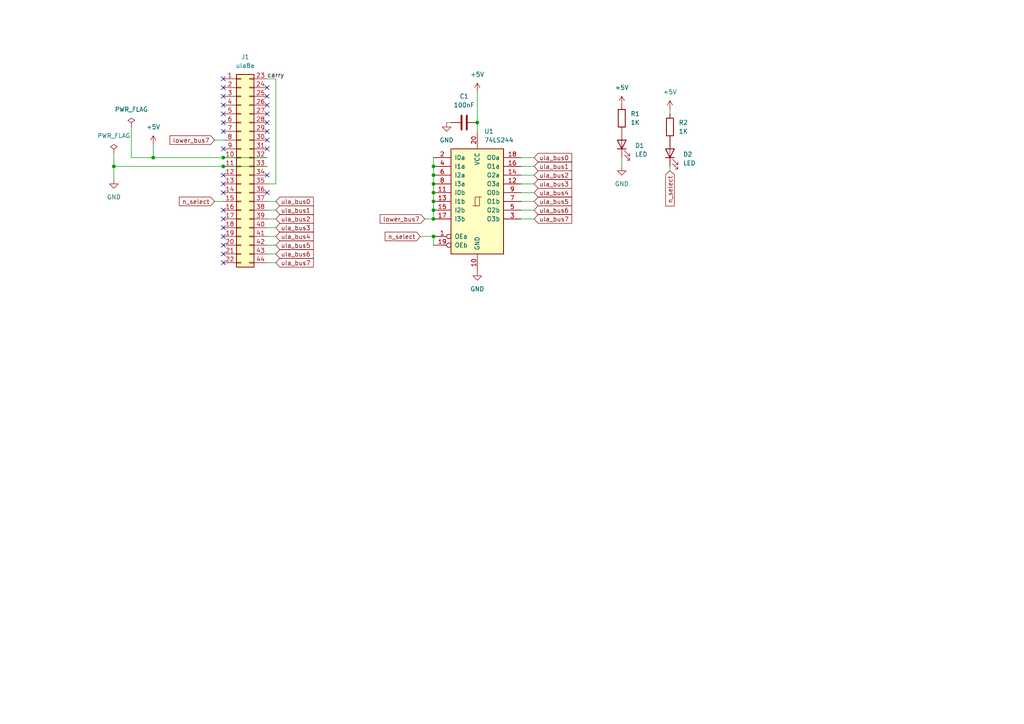
<source format=kicad_sch>
(kicad_sch (version 20211123) (generator eeschema)

  (uuid 62592ee1-cd99-4804-9971-d53b0122e057)

  (paper "A4")

  (lib_symbols
    (symbol "74xx:74LS244" (pin_names (offset 1.016)) (in_bom yes) (on_board yes)
      (property "Reference" "U" (id 0) (at -7.62 16.51 0)
        (effects (font (size 1.27 1.27)))
      )
      (property "Value" "74LS244" (id 1) (at -7.62 -16.51 0)
        (effects (font (size 1.27 1.27)))
      )
      (property "Footprint" "" (id 2) (at 0 0 0)
        (effects (font (size 1.27 1.27)) hide)
      )
      (property "Datasheet" "http://www.ti.com/lit/ds/symlink/sn74ls244.pdf" (id 3) (at 0 0 0)
        (effects (font (size 1.27 1.27)) hide)
      )
      (property "ki_keywords" "7400 logic ttl low power schottky" (id 4) (at 0 0 0)
        (effects (font (size 1.27 1.27)) hide)
      )
      (property "ki_description" "Octal Buffer and Line Driver With 3-State Output, active-low enables, non-inverting outputs" (id 5) (at 0 0 0)
        (effects (font (size 1.27 1.27)) hide)
      )
      (property "ki_fp_filters" "DIP?20*" (id 6) (at 0 0 0)
        (effects (font (size 1.27 1.27)) hide)
      )
      (symbol "74LS244_1_0"
        (polyline
          (pts
            (xy -0.635 -1.27)
            (xy -0.635 1.27)
            (xy 0.635 1.27)
          )
          (stroke (width 0) (type default) (color 0 0 0 0))
          (fill (type none))
        )
        (polyline
          (pts
            (xy -1.27 -1.27)
            (xy 0.635 -1.27)
            (xy 0.635 1.27)
            (xy 1.27 1.27)
          )
          (stroke (width 0) (type default) (color 0 0 0 0))
          (fill (type none))
        )
        (pin input inverted (at -12.7 -10.16 0) (length 5.08)
          (name "OEa" (effects (font (size 1.27 1.27))))
          (number "1" (effects (font (size 1.27 1.27))))
        )
        (pin power_in line (at 0 -20.32 90) (length 5.08)
          (name "GND" (effects (font (size 1.27 1.27))))
          (number "10" (effects (font (size 1.27 1.27))))
        )
        (pin input line (at -12.7 2.54 0) (length 5.08)
          (name "I0b" (effects (font (size 1.27 1.27))))
          (number "11" (effects (font (size 1.27 1.27))))
        )
        (pin tri_state line (at 12.7 5.08 180) (length 5.08)
          (name "O3a" (effects (font (size 1.27 1.27))))
          (number "12" (effects (font (size 1.27 1.27))))
        )
        (pin input line (at -12.7 0 0) (length 5.08)
          (name "I1b" (effects (font (size 1.27 1.27))))
          (number "13" (effects (font (size 1.27 1.27))))
        )
        (pin tri_state line (at 12.7 7.62 180) (length 5.08)
          (name "O2a" (effects (font (size 1.27 1.27))))
          (number "14" (effects (font (size 1.27 1.27))))
        )
        (pin input line (at -12.7 -2.54 0) (length 5.08)
          (name "I2b" (effects (font (size 1.27 1.27))))
          (number "15" (effects (font (size 1.27 1.27))))
        )
        (pin tri_state line (at 12.7 10.16 180) (length 5.08)
          (name "O1a" (effects (font (size 1.27 1.27))))
          (number "16" (effects (font (size 1.27 1.27))))
        )
        (pin input line (at -12.7 -5.08 0) (length 5.08)
          (name "I3b" (effects (font (size 1.27 1.27))))
          (number "17" (effects (font (size 1.27 1.27))))
        )
        (pin tri_state line (at 12.7 12.7 180) (length 5.08)
          (name "O0a" (effects (font (size 1.27 1.27))))
          (number "18" (effects (font (size 1.27 1.27))))
        )
        (pin input inverted (at -12.7 -12.7 0) (length 5.08)
          (name "OEb" (effects (font (size 1.27 1.27))))
          (number "19" (effects (font (size 1.27 1.27))))
        )
        (pin input line (at -12.7 12.7 0) (length 5.08)
          (name "I0a" (effects (font (size 1.27 1.27))))
          (number "2" (effects (font (size 1.27 1.27))))
        )
        (pin power_in line (at 0 20.32 270) (length 5.08)
          (name "VCC" (effects (font (size 1.27 1.27))))
          (number "20" (effects (font (size 1.27 1.27))))
        )
        (pin tri_state line (at 12.7 -5.08 180) (length 5.08)
          (name "O3b" (effects (font (size 1.27 1.27))))
          (number "3" (effects (font (size 1.27 1.27))))
        )
        (pin input line (at -12.7 10.16 0) (length 5.08)
          (name "I1a" (effects (font (size 1.27 1.27))))
          (number "4" (effects (font (size 1.27 1.27))))
        )
        (pin tri_state line (at 12.7 -2.54 180) (length 5.08)
          (name "O2b" (effects (font (size 1.27 1.27))))
          (number "5" (effects (font (size 1.27 1.27))))
        )
        (pin input line (at -12.7 7.62 0) (length 5.08)
          (name "I2a" (effects (font (size 1.27 1.27))))
          (number "6" (effects (font (size 1.27 1.27))))
        )
        (pin tri_state line (at 12.7 0 180) (length 5.08)
          (name "O1b" (effects (font (size 1.27 1.27))))
          (number "7" (effects (font (size 1.27 1.27))))
        )
        (pin input line (at -12.7 5.08 0) (length 5.08)
          (name "I3a" (effects (font (size 1.27 1.27))))
          (number "8" (effects (font (size 1.27 1.27))))
        )
        (pin tri_state line (at 12.7 2.54 180) (length 5.08)
          (name "O0b" (effects (font (size 1.27 1.27))))
          (number "9" (effects (font (size 1.27 1.27))))
        )
      )
      (symbol "74LS244_1_1"
        (rectangle (start -7.62 15.24) (end 7.62 -15.24)
          (stroke (width 0.254) (type default) (color 0 0 0 0))
          (fill (type background))
        )
      )
    )
    (symbol "Connector_Generic:Conn_02x22_Top_Bottom" (pin_names (offset 1.016) hide) (in_bom yes) (on_board yes)
      (property "Reference" "J" (id 0) (at 1.27 27.94 0)
        (effects (font (size 1.27 1.27)))
      )
      (property "Value" "Conn_02x22_Top_Bottom" (id 1) (at 1.27 -30.48 0)
        (effects (font (size 1.27 1.27)))
      )
      (property "Footprint" "" (id 2) (at 0 0 0)
        (effects (font (size 1.27 1.27)) hide)
      )
      (property "Datasheet" "~" (id 3) (at 0 0 0)
        (effects (font (size 1.27 1.27)) hide)
      )
      (property "ki_keywords" "connector" (id 4) (at 0 0 0)
        (effects (font (size 1.27 1.27)) hide)
      )
      (property "ki_description" "Generic connector, double row, 02x22, top/bottom pin numbering scheme (row 1: 1...pins_per_row, row2: pins_per_row+1 ... num_pins), script generated (kicad-library-utils/schlib/autogen/connector/)" (id 5) (at 0 0 0)
        (effects (font (size 1.27 1.27)) hide)
      )
      (property "ki_fp_filters" "Connector*:*_2x??_*" (id 6) (at 0 0 0)
        (effects (font (size 1.27 1.27)) hide)
      )
      (symbol "Conn_02x22_Top_Bottom_1_1"
        (rectangle (start -1.27 -27.813) (end 0 -28.067)
          (stroke (width 0.1524) (type default) (color 0 0 0 0))
          (fill (type none))
        )
        (rectangle (start -1.27 -25.273) (end 0 -25.527)
          (stroke (width 0.1524) (type default) (color 0 0 0 0))
          (fill (type none))
        )
        (rectangle (start -1.27 -22.733) (end 0 -22.987)
          (stroke (width 0.1524) (type default) (color 0 0 0 0))
          (fill (type none))
        )
        (rectangle (start -1.27 -20.193) (end 0 -20.447)
          (stroke (width 0.1524) (type default) (color 0 0 0 0))
          (fill (type none))
        )
        (rectangle (start -1.27 -17.653) (end 0 -17.907)
          (stroke (width 0.1524) (type default) (color 0 0 0 0))
          (fill (type none))
        )
        (rectangle (start -1.27 -15.113) (end 0 -15.367)
          (stroke (width 0.1524) (type default) (color 0 0 0 0))
          (fill (type none))
        )
        (rectangle (start -1.27 -12.573) (end 0 -12.827)
          (stroke (width 0.1524) (type default) (color 0 0 0 0))
          (fill (type none))
        )
        (rectangle (start -1.27 -10.033) (end 0 -10.287)
          (stroke (width 0.1524) (type default) (color 0 0 0 0))
          (fill (type none))
        )
        (rectangle (start -1.27 -7.493) (end 0 -7.747)
          (stroke (width 0.1524) (type default) (color 0 0 0 0))
          (fill (type none))
        )
        (rectangle (start -1.27 -4.953) (end 0 -5.207)
          (stroke (width 0.1524) (type default) (color 0 0 0 0))
          (fill (type none))
        )
        (rectangle (start -1.27 -2.413) (end 0 -2.667)
          (stroke (width 0.1524) (type default) (color 0 0 0 0))
          (fill (type none))
        )
        (rectangle (start -1.27 0.127) (end 0 -0.127)
          (stroke (width 0.1524) (type default) (color 0 0 0 0))
          (fill (type none))
        )
        (rectangle (start -1.27 2.667) (end 0 2.413)
          (stroke (width 0.1524) (type default) (color 0 0 0 0))
          (fill (type none))
        )
        (rectangle (start -1.27 5.207) (end 0 4.953)
          (stroke (width 0.1524) (type default) (color 0 0 0 0))
          (fill (type none))
        )
        (rectangle (start -1.27 7.747) (end 0 7.493)
          (stroke (width 0.1524) (type default) (color 0 0 0 0))
          (fill (type none))
        )
        (rectangle (start -1.27 10.287) (end 0 10.033)
          (stroke (width 0.1524) (type default) (color 0 0 0 0))
          (fill (type none))
        )
        (rectangle (start -1.27 12.827) (end 0 12.573)
          (stroke (width 0.1524) (type default) (color 0 0 0 0))
          (fill (type none))
        )
        (rectangle (start -1.27 15.367) (end 0 15.113)
          (stroke (width 0.1524) (type default) (color 0 0 0 0))
          (fill (type none))
        )
        (rectangle (start -1.27 17.907) (end 0 17.653)
          (stroke (width 0.1524) (type default) (color 0 0 0 0))
          (fill (type none))
        )
        (rectangle (start -1.27 20.447) (end 0 20.193)
          (stroke (width 0.1524) (type default) (color 0 0 0 0))
          (fill (type none))
        )
        (rectangle (start -1.27 22.987) (end 0 22.733)
          (stroke (width 0.1524) (type default) (color 0 0 0 0))
          (fill (type none))
        )
        (rectangle (start -1.27 25.527) (end 0 25.273)
          (stroke (width 0.1524) (type default) (color 0 0 0 0))
          (fill (type none))
        )
        (rectangle (start -1.27 26.67) (end 3.81 -29.21)
          (stroke (width 0.254) (type default) (color 0 0 0 0))
          (fill (type background))
        )
        (rectangle (start 3.81 -27.813) (end 2.54 -28.067)
          (stroke (width 0.1524) (type default) (color 0 0 0 0))
          (fill (type none))
        )
        (rectangle (start 3.81 -25.273) (end 2.54 -25.527)
          (stroke (width 0.1524) (type default) (color 0 0 0 0))
          (fill (type none))
        )
        (rectangle (start 3.81 -22.733) (end 2.54 -22.987)
          (stroke (width 0.1524) (type default) (color 0 0 0 0))
          (fill (type none))
        )
        (rectangle (start 3.81 -20.193) (end 2.54 -20.447)
          (stroke (width 0.1524) (type default) (color 0 0 0 0))
          (fill (type none))
        )
        (rectangle (start 3.81 -17.653) (end 2.54 -17.907)
          (stroke (width 0.1524) (type default) (color 0 0 0 0))
          (fill (type none))
        )
        (rectangle (start 3.81 -15.113) (end 2.54 -15.367)
          (stroke (width 0.1524) (type default) (color 0 0 0 0))
          (fill (type none))
        )
        (rectangle (start 3.81 -12.573) (end 2.54 -12.827)
          (stroke (width 0.1524) (type default) (color 0 0 0 0))
          (fill (type none))
        )
        (rectangle (start 3.81 -10.033) (end 2.54 -10.287)
          (stroke (width 0.1524) (type default) (color 0 0 0 0))
          (fill (type none))
        )
        (rectangle (start 3.81 -7.493) (end 2.54 -7.747)
          (stroke (width 0.1524) (type default) (color 0 0 0 0))
          (fill (type none))
        )
        (rectangle (start 3.81 -4.953) (end 2.54 -5.207)
          (stroke (width 0.1524) (type default) (color 0 0 0 0))
          (fill (type none))
        )
        (rectangle (start 3.81 -2.413) (end 2.54 -2.667)
          (stroke (width 0.1524) (type default) (color 0 0 0 0))
          (fill (type none))
        )
        (rectangle (start 3.81 0.127) (end 2.54 -0.127)
          (stroke (width 0.1524) (type default) (color 0 0 0 0))
          (fill (type none))
        )
        (rectangle (start 3.81 2.667) (end 2.54 2.413)
          (stroke (width 0.1524) (type default) (color 0 0 0 0))
          (fill (type none))
        )
        (rectangle (start 3.81 5.207) (end 2.54 4.953)
          (stroke (width 0.1524) (type default) (color 0 0 0 0))
          (fill (type none))
        )
        (rectangle (start 3.81 7.747) (end 2.54 7.493)
          (stroke (width 0.1524) (type default) (color 0 0 0 0))
          (fill (type none))
        )
        (rectangle (start 3.81 10.287) (end 2.54 10.033)
          (stroke (width 0.1524) (type default) (color 0 0 0 0))
          (fill (type none))
        )
        (rectangle (start 3.81 12.827) (end 2.54 12.573)
          (stroke (width 0.1524) (type default) (color 0 0 0 0))
          (fill (type none))
        )
        (rectangle (start 3.81 15.367) (end 2.54 15.113)
          (stroke (width 0.1524) (type default) (color 0 0 0 0))
          (fill (type none))
        )
        (rectangle (start 3.81 17.907) (end 2.54 17.653)
          (stroke (width 0.1524) (type default) (color 0 0 0 0))
          (fill (type none))
        )
        (rectangle (start 3.81 20.447) (end 2.54 20.193)
          (stroke (width 0.1524) (type default) (color 0 0 0 0))
          (fill (type none))
        )
        (rectangle (start 3.81 22.987) (end 2.54 22.733)
          (stroke (width 0.1524) (type default) (color 0 0 0 0))
          (fill (type none))
        )
        (rectangle (start 3.81 25.527) (end 2.54 25.273)
          (stroke (width 0.1524) (type default) (color 0 0 0 0))
          (fill (type none))
        )
        (pin passive line (at -5.08 25.4 0) (length 3.81)
          (name "Pin_1" (effects (font (size 1.27 1.27))))
          (number "1" (effects (font (size 1.27 1.27))))
        )
        (pin passive line (at -5.08 2.54 0) (length 3.81)
          (name "Pin_10" (effects (font (size 1.27 1.27))))
          (number "10" (effects (font (size 1.27 1.27))))
        )
        (pin passive line (at -5.08 0 0) (length 3.81)
          (name "Pin_11" (effects (font (size 1.27 1.27))))
          (number "11" (effects (font (size 1.27 1.27))))
        )
        (pin passive line (at -5.08 -2.54 0) (length 3.81)
          (name "Pin_12" (effects (font (size 1.27 1.27))))
          (number "12" (effects (font (size 1.27 1.27))))
        )
        (pin passive line (at -5.08 -5.08 0) (length 3.81)
          (name "Pin_13" (effects (font (size 1.27 1.27))))
          (number "13" (effects (font (size 1.27 1.27))))
        )
        (pin passive line (at -5.08 -7.62 0) (length 3.81)
          (name "Pin_14" (effects (font (size 1.27 1.27))))
          (number "14" (effects (font (size 1.27 1.27))))
        )
        (pin passive line (at -5.08 -10.16 0) (length 3.81)
          (name "Pin_15" (effects (font (size 1.27 1.27))))
          (number "15" (effects (font (size 1.27 1.27))))
        )
        (pin passive line (at -5.08 -12.7 0) (length 3.81)
          (name "Pin_16" (effects (font (size 1.27 1.27))))
          (number "16" (effects (font (size 1.27 1.27))))
        )
        (pin passive line (at -5.08 -15.24 0) (length 3.81)
          (name "Pin_17" (effects (font (size 1.27 1.27))))
          (number "17" (effects (font (size 1.27 1.27))))
        )
        (pin passive line (at -5.08 -17.78 0) (length 3.81)
          (name "Pin_18" (effects (font (size 1.27 1.27))))
          (number "18" (effects (font (size 1.27 1.27))))
        )
        (pin passive line (at -5.08 -20.32 0) (length 3.81)
          (name "Pin_19" (effects (font (size 1.27 1.27))))
          (number "19" (effects (font (size 1.27 1.27))))
        )
        (pin passive line (at -5.08 22.86 0) (length 3.81)
          (name "Pin_2" (effects (font (size 1.27 1.27))))
          (number "2" (effects (font (size 1.27 1.27))))
        )
        (pin passive line (at -5.08 -22.86 0) (length 3.81)
          (name "Pin_20" (effects (font (size 1.27 1.27))))
          (number "20" (effects (font (size 1.27 1.27))))
        )
        (pin passive line (at -5.08 -25.4 0) (length 3.81)
          (name "Pin_21" (effects (font (size 1.27 1.27))))
          (number "21" (effects (font (size 1.27 1.27))))
        )
        (pin passive line (at -5.08 -27.94 0) (length 3.81)
          (name "Pin_22" (effects (font (size 1.27 1.27))))
          (number "22" (effects (font (size 1.27 1.27))))
        )
        (pin passive line (at 7.62 25.4 180) (length 3.81)
          (name "Pin_23" (effects (font (size 1.27 1.27))))
          (number "23" (effects (font (size 1.27 1.27))))
        )
        (pin passive line (at 7.62 22.86 180) (length 3.81)
          (name "Pin_24" (effects (font (size 1.27 1.27))))
          (number "24" (effects (font (size 1.27 1.27))))
        )
        (pin passive line (at 7.62 20.32 180) (length 3.81)
          (name "Pin_25" (effects (font (size 1.27 1.27))))
          (number "25" (effects (font (size 1.27 1.27))))
        )
        (pin passive line (at 7.62 17.78 180) (length 3.81)
          (name "Pin_26" (effects (font (size 1.27 1.27))))
          (number "26" (effects (font (size 1.27 1.27))))
        )
        (pin passive line (at 7.62 15.24 180) (length 3.81)
          (name "Pin_27" (effects (font (size 1.27 1.27))))
          (number "27" (effects (font (size 1.27 1.27))))
        )
        (pin passive line (at 7.62 12.7 180) (length 3.81)
          (name "Pin_28" (effects (font (size 1.27 1.27))))
          (number "28" (effects (font (size 1.27 1.27))))
        )
        (pin passive line (at 7.62 10.16 180) (length 3.81)
          (name "Pin_29" (effects (font (size 1.27 1.27))))
          (number "29" (effects (font (size 1.27 1.27))))
        )
        (pin passive line (at -5.08 20.32 0) (length 3.81)
          (name "Pin_3" (effects (font (size 1.27 1.27))))
          (number "3" (effects (font (size 1.27 1.27))))
        )
        (pin passive line (at 7.62 7.62 180) (length 3.81)
          (name "Pin_30" (effects (font (size 1.27 1.27))))
          (number "30" (effects (font (size 1.27 1.27))))
        )
        (pin passive line (at 7.62 5.08 180) (length 3.81)
          (name "Pin_31" (effects (font (size 1.27 1.27))))
          (number "31" (effects (font (size 1.27 1.27))))
        )
        (pin passive line (at 7.62 2.54 180) (length 3.81)
          (name "Pin_32" (effects (font (size 1.27 1.27))))
          (number "32" (effects (font (size 1.27 1.27))))
        )
        (pin passive line (at 7.62 0 180) (length 3.81)
          (name "Pin_33" (effects (font (size 1.27 1.27))))
          (number "33" (effects (font (size 1.27 1.27))))
        )
        (pin passive line (at 7.62 -2.54 180) (length 3.81)
          (name "Pin_34" (effects (font (size 1.27 1.27))))
          (number "34" (effects (font (size 1.27 1.27))))
        )
        (pin passive line (at 7.62 -5.08 180) (length 3.81)
          (name "Pin_35" (effects (font (size 1.27 1.27))))
          (number "35" (effects (font (size 1.27 1.27))))
        )
        (pin passive line (at 7.62 -7.62 180) (length 3.81)
          (name "Pin_36" (effects (font (size 1.27 1.27))))
          (number "36" (effects (font (size 1.27 1.27))))
        )
        (pin passive line (at 7.62 -10.16 180) (length 3.81)
          (name "Pin_37" (effects (font (size 1.27 1.27))))
          (number "37" (effects (font (size 1.27 1.27))))
        )
        (pin passive line (at 7.62 -12.7 180) (length 3.81)
          (name "Pin_38" (effects (font (size 1.27 1.27))))
          (number "38" (effects (font (size 1.27 1.27))))
        )
        (pin passive line (at 7.62 -15.24 180) (length 3.81)
          (name "Pin_39" (effects (font (size 1.27 1.27))))
          (number "39" (effects (font (size 1.27 1.27))))
        )
        (pin passive line (at -5.08 17.78 0) (length 3.81)
          (name "Pin_4" (effects (font (size 1.27 1.27))))
          (number "4" (effects (font (size 1.27 1.27))))
        )
        (pin passive line (at 7.62 -17.78 180) (length 3.81)
          (name "Pin_40" (effects (font (size 1.27 1.27))))
          (number "40" (effects (font (size 1.27 1.27))))
        )
        (pin passive line (at 7.62 -20.32 180) (length 3.81)
          (name "Pin_41" (effects (font (size 1.27 1.27))))
          (number "41" (effects (font (size 1.27 1.27))))
        )
        (pin passive line (at 7.62 -22.86 180) (length 3.81)
          (name "Pin_42" (effects (font (size 1.27 1.27))))
          (number "42" (effects (font (size 1.27 1.27))))
        )
        (pin passive line (at 7.62 -25.4 180) (length 3.81)
          (name "Pin_43" (effects (font (size 1.27 1.27))))
          (number "43" (effects (font (size 1.27 1.27))))
        )
        (pin passive line (at 7.62 -27.94 180) (length 3.81)
          (name "Pin_44" (effects (font (size 1.27 1.27))))
          (number "44" (effects (font (size 1.27 1.27))))
        )
        (pin passive line (at -5.08 15.24 0) (length 3.81)
          (name "Pin_5" (effects (font (size 1.27 1.27))))
          (number "5" (effects (font (size 1.27 1.27))))
        )
        (pin passive line (at -5.08 12.7 0) (length 3.81)
          (name "Pin_6" (effects (font (size 1.27 1.27))))
          (number "6" (effects (font (size 1.27 1.27))))
        )
        (pin passive line (at -5.08 10.16 0) (length 3.81)
          (name "Pin_7" (effects (font (size 1.27 1.27))))
          (number "7" (effects (font (size 1.27 1.27))))
        )
        (pin passive line (at -5.08 7.62 0) (length 3.81)
          (name "Pin_8" (effects (font (size 1.27 1.27))))
          (number "8" (effects (font (size 1.27 1.27))))
        )
        (pin passive line (at -5.08 5.08 0) (length 3.81)
          (name "Pin_9" (effects (font (size 1.27 1.27))))
          (number "9" (effects (font (size 1.27 1.27))))
        )
      )
    )
    (symbol "Device:C" (pin_numbers hide) (pin_names (offset 0.254)) (in_bom yes) (on_board yes)
      (property "Reference" "C" (id 0) (at 0.635 2.54 0)
        (effects (font (size 1.27 1.27)) (justify left))
      )
      (property "Value" "C" (id 1) (at 0.635 -2.54 0)
        (effects (font (size 1.27 1.27)) (justify left))
      )
      (property "Footprint" "" (id 2) (at 0.9652 -3.81 0)
        (effects (font (size 1.27 1.27)) hide)
      )
      (property "Datasheet" "~" (id 3) (at 0 0 0)
        (effects (font (size 1.27 1.27)) hide)
      )
      (property "ki_keywords" "cap capacitor" (id 4) (at 0 0 0)
        (effects (font (size 1.27 1.27)) hide)
      )
      (property "ki_description" "Unpolarized capacitor" (id 5) (at 0 0 0)
        (effects (font (size 1.27 1.27)) hide)
      )
      (property "ki_fp_filters" "C_*" (id 6) (at 0 0 0)
        (effects (font (size 1.27 1.27)) hide)
      )
      (symbol "C_0_1"
        (polyline
          (pts
            (xy -2.032 -0.762)
            (xy 2.032 -0.762)
          )
          (stroke (width 0.508) (type default) (color 0 0 0 0))
          (fill (type none))
        )
        (polyline
          (pts
            (xy -2.032 0.762)
            (xy 2.032 0.762)
          )
          (stroke (width 0.508) (type default) (color 0 0 0 0))
          (fill (type none))
        )
      )
      (symbol "C_1_1"
        (pin passive line (at 0 3.81 270) (length 2.794)
          (name "~" (effects (font (size 1.27 1.27))))
          (number "1" (effects (font (size 1.27 1.27))))
        )
        (pin passive line (at 0 -3.81 90) (length 2.794)
          (name "~" (effects (font (size 1.27 1.27))))
          (number "2" (effects (font (size 1.27 1.27))))
        )
      )
    )
    (symbol "Device:LED" (pin_numbers hide) (pin_names (offset 1.016) hide) (in_bom yes) (on_board yes)
      (property "Reference" "D" (id 0) (at 0 2.54 0)
        (effects (font (size 1.27 1.27)))
      )
      (property "Value" "LED" (id 1) (at 0 -2.54 0)
        (effects (font (size 1.27 1.27)))
      )
      (property "Footprint" "" (id 2) (at 0 0 0)
        (effects (font (size 1.27 1.27)) hide)
      )
      (property "Datasheet" "~" (id 3) (at 0 0 0)
        (effects (font (size 1.27 1.27)) hide)
      )
      (property "ki_keywords" "LED diode" (id 4) (at 0 0 0)
        (effects (font (size 1.27 1.27)) hide)
      )
      (property "ki_description" "Light emitting diode" (id 5) (at 0 0 0)
        (effects (font (size 1.27 1.27)) hide)
      )
      (property "ki_fp_filters" "LED* LED_SMD:* LED_THT:*" (id 6) (at 0 0 0)
        (effects (font (size 1.27 1.27)) hide)
      )
      (symbol "LED_0_1"
        (polyline
          (pts
            (xy -1.27 -1.27)
            (xy -1.27 1.27)
          )
          (stroke (width 0.254) (type default) (color 0 0 0 0))
          (fill (type none))
        )
        (polyline
          (pts
            (xy -1.27 0)
            (xy 1.27 0)
          )
          (stroke (width 0) (type default) (color 0 0 0 0))
          (fill (type none))
        )
        (polyline
          (pts
            (xy 1.27 -1.27)
            (xy 1.27 1.27)
            (xy -1.27 0)
            (xy 1.27 -1.27)
          )
          (stroke (width 0.254) (type default) (color 0 0 0 0))
          (fill (type none))
        )
        (polyline
          (pts
            (xy -3.048 -0.762)
            (xy -4.572 -2.286)
            (xy -3.81 -2.286)
            (xy -4.572 -2.286)
            (xy -4.572 -1.524)
          )
          (stroke (width 0) (type default) (color 0 0 0 0))
          (fill (type none))
        )
        (polyline
          (pts
            (xy -1.778 -0.762)
            (xy -3.302 -2.286)
            (xy -2.54 -2.286)
            (xy -3.302 -2.286)
            (xy -3.302 -1.524)
          )
          (stroke (width 0) (type default) (color 0 0 0 0))
          (fill (type none))
        )
      )
      (symbol "LED_1_1"
        (pin passive line (at -3.81 0 0) (length 2.54)
          (name "K" (effects (font (size 1.27 1.27))))
          (number "1" (effects (font (size 1.27 1.27))))
        )
        (pin passive line (at 3.81 0 180) (length 2.54)
          (name "A" (effects (font (size 1.27 1.27))))
          (number "2" (effects (font (size 1.27 1.27))))
        )
      )
    )
    (symbol "Device:R" (pin_numbers hide) (pin_names (offset 0)) (in_bom yes) (on_board yes)
      (property "Reference" "R" (id 0) (at 2.032 0 90)
        (effects (font (size 1.27 1.27)))
      )
      (property "Value" "R" (id 1) (at 0 0 90)
        (effects (font (size 1.27 1.27)))
      )
      (property "Footprint" "" (id 2) (at -1.778 0 90)
        (effects (font (size 1.27 1.27)) hide)
      )
      (property "Datasheet" "~" (id 3) (at 0 0 0)
        (effects (font (size 1.27 1.27)) hide)
      )
      (property "ki_keywords" "R res resistor" (id 4) (at 0 0 0)
        (effects (font (size 1.27 1.27)) hide)
      )
      (property "ki_description" "Resistor" (id 5) (at 0 0 0)
        (effects (font (size 1.27 1.27)) hide)
      )
      (property "ki_fp_filters" "R_*" (id 6) (at 0 0 0)
        (effects (font (size 1.27 1.27)) hide)
      )
      (symbol "R_0_1"
        (rectangle (start -1.016 -2.54) (end 1.016 2.54)
          (stroke (width 0.254) (type default) (color 0 0 0 0))
          (fill (type none))
        )
      )
      (symbol "R_1_1"
        (pin passive line (at 0 3.81 270) (length 1.27)
          (name "~" (effects (font (size 1.27 1.27))))
          (number "1" (effects (font (size 1.27 1.27))))
        )
        (pin passive line (at 0 -3.81 90) (length 1.27)
          (name "~" (effects (font (size 1.27 1.27))))
          (number "2" (effects (font (size 1.27 1.27))))
        )
      )
    )
    (symbol "power:+5V" (power) (pin_names (offset 0)) (in_bom yes) (on_board yes)
      (property "Reference" "#PWR" (id 0) (at 0 -3.81 0)
        (effects (font (size 1.27 1.27)) hide)
      )
      (property "Value" "+5V" (id 1) (at 0 3.556 0)
        (effects (font (size 1.27 1.27)))
      )
      (property "Footprint" "" (id 2) (at 0 0 0)
        (effects (font (size 1.27 1.27)) hide)
      )
      (property "Datasheet" "" (id 3) (at 0 0 0)
        (effects (font (size 1.27 1.27)) hide)
      )
      (property "ki_keywords" "power-flag" (id 4) (at 0 0 0)
        (effects (font (size 1.27 1.27)) hide)
      )
      (property "ki_description" "Power symbol creates a global label with name \"+5V\"" (id 5) (at 0 0 0)
        (effects (font (size 1.27 1.27)) hide)
      )
      (symbol "+5V_0_1"
        (polyline
          (pts
            (xy -0.762 1.27)
            (xy 0 2.54)
          )
          (stroke (width 0) (type default) (color 0 0 0 0))
          (fill (type none))
        )
        (polyline
          (pts
            (xy 0 0)
            (xy 0 2.54)
          )
          (stroke (width 0) (type default) (color 0 0 0 0))
          (fill (type none))
        )
        (polyline
          (pts
            (xy 0 2.54)
            (xy 0.762 1.27)
          )
          (stroke (width 0) (type default) (color 0 0 0 0))
          (fill (type none))
        )
      )
      (symbol "+5V_1_1"
        (pin power_in line (at 0 0 90) (length 0) hide
          (name "+5V" (effects (font (size 1.27 1.27))))
          (number "1" (effects (font (size 1.27 1.27))))
        )
      )
    )
    (symbol "power:GND" (power) (pin_names (offset 0)) (in_bom yes) (on_board yes)
      (property "Reference" "#PWR" (id 0) (at 0 -6.35 0)
        (effects (font (size 1.27 1.27)) hide)
      )
      (property "Value" "GND" (id 1) (at 0 -3.81 0)
        (effects (font (size 1.27 1.27)))
      )
      (property "Footprint" "" (id 2) (at 0 0 0)
        (effects (font (size 1.27 1.27)) hide)
      )
      (property "Datasheet" "" (id 3) (at 0 0 0)
        (effects (font (size 1.27 1.27)) hide)
      )
      (property "ki_keywords" "power-flag" (id 4) (at 0 0 0)
        (effects (font (size 1.27 1.27)) hide)
      )
      (property "ki_description" "Power symbol creates a global label with name \"GND\" , ground" (id 5) (at 0 0 0)
        (effects (font (size 1.27 1.27)) hide)
      )
      (symbol "GND_0_1"
        (polyline
          (pts
            (xy 0 0)
            (xy 0 -1.27)
            (xy 1.27 -1.27)
            (xy 0 -2.54)
            (xy -1.27 -1.27)
            (xy 0 -1.27)
          )
          (stroke (width 0) (type default) (color 0 0 0 0))
          (fill (type none))
        )
      )
      (symbol "GND_1_1"
        (pin power_in line (at 0 0 270) (length 0) hide
          (name "GND" (effects (font (size 1.27 1.27))))
          (number "1" (effects (font (size 1.27 1.27))))
        )
      )
    )
    (symbol "power:PWR_FLAG" (power) (pin_numbers hide) (pin_names (offset 0) hide) (in_bom yes) (on_board yes)
      (property "Reference" "#FLG" (id 0) (at 0 1.905 0)
        (effects (font (size 1.27 1.27)) hide)
      )
      (property "Value" "PWR_FLAG" (id 1) (at 0 3.81 0)
        (effects (font (size 1.27 1.27)))
      )
      (property "Footprint" "" (id 2) (at 0 0 0)
        (effects (font (size 1.27 1.27)) hide)
      )
      (property "Datasheet" "~" (id 3) (at 0 0 0)
        (effects (font (size 1.27 1.27)) hide)
      )
      (property "ki_keywords" "power-flag" (id 4) (at 0 0 0)
        (effects (font (size 1.27 1.27)) hide)
      )
      (property "ki_description" "Special symbol for telling ERC where power comes from" (id 5) (at 0 0 0)
        (effects (font (size 1.27 1.27)) hide)
      )
      (symbol "PWR_FLAG_0_0"
        (pin power_out line (at 0 0 90) (length 0)
          (name "pwr" (effects (font (size 1.27 1.27))))
          (number "1" (effects (font (size 1.27 1.27))))
        )
      )
      (symbol "PWR_FLAG_0_1"
        (polyline
          (pts
            (xy 0 0)
            (xy 0 1.27)
            (xy -1.016 1.905)
            (xy 0 2.54)
            (xy 1.016 1.905)
            (xy 0 1.27)
          )
          (stroke (width 0) (type default) (color 0 0 0 0))
          (fill (type none))
        )
      )
    )
  )

  (junction (at 125.73 53.34) (diameter 0) (color 0 0 0 0)
    (uuid 0457a57d-689a-4dcf-9a10-ea1203968dca)
  )
  (junction (at 44.45 45.72) (diameter 0) (color 0 0 0 0)
    (uuid 1f2f05b1-5d46-42ae-ac22-83d961af4f7a)
  )
  (junction (at 125.73 58.42) (diameter 0) (color 0 0 0 0)
    (uuid 3237833d-ad02-4837-854a-7a8c3b8a5dd7)
  )
  (junction (at 138.43 35.56) (diameter 0) (color 0 0 0 0)
    (uuid 333147e5-36eb-48d4-9cfa-5fa6e12ae76f)
  )
  (junction (at 125.73 48.26) (diameter 0) (color 0 0 0 0)
    (uuid 37428b61-a70c-4dfa-8239-4f8a83b4d788)
  )
  (junction (at 125.73 60.96) (diameter 0) (color 0 0 0 0)
    (uuid 5f1e5019-cea4-4ff8-8f42-ce68f9ccd940)
  )
  (junction (at 125.73 50.8) (diameter 0) (color 0 0 0 0)
    (uuid 79fc7483-dbc9-46fa-a93c-31710e56726b)
  )
  (junction (at 125.73 68.58) (diameter 0) (color 0 0 0 0)
    (uuid 8287bde4-a5c5-44d9-b218-8288fc52cbb9)
  )
  (junction (at 33.02 48.26) (diameter 0) (color 0 0 0 0)
    (uuid ace6a179-6e4b-4cd5-952e-d34356011cf2)
  )
  (junction (at 64.77 48.26) (diameter 0) (color 0 0 0 0)
    (uuid c0a37b08-22ed-4df3-bc70-786a4e298120)
  )
  (junction (at 125.73 63.5) (diameter 0) (color 0 0 0 0)
    (uuid c8ae170b-b3b9-4a65-8459-1de43a760f71)
  )
  (junction (at 64.77 45.72) (diameter 0) (color 0 0 0 0)
    (uuid de9342a1-ed7f-4a41-ab7d-21ddd0c50cb7)
  )
  (junction (at 125.73 55.88) (diameter 0) (color 0 0 0 0)
    (uuid e99c13fe-b6db-4629-9b4c-1666ddafffb7)
  )

  (no_connect (at 77.47 27.94) (uuid 00f48f8a-2d8d-41d5-8843-d46ac3042f98))
  (no_connect (at 64.77 43.18) (uuid 07b568a0-edee-4fc1-9e23-8f5254713d4a))
  (no_connect (at 77.47 38.1) (uuid 252c0cb9-2152-4938-a262-f8bc551c9186))
  (no_connect (at 64.77 33.02) (uuid 3e5e12a1-1f80-4f21-addf-93cf07507a1c))
  (no_connect (at 64.77 22.86) (uuid 3e5e12a1-1f80-4f21-addf-93cf07507a1c))
  (no_connect (at 64.77 25.4) (uuid 3e5e12a1-1f80-4f21-addf-93cf07507a1c))
  (no_connect (at 64.77 27.94) (uuid 3e5e12a1-1f80-4f21-addf-93cf07507a1c))
  (no_connect (at 64.77 30.48) (uuid 3e5e12a1-1f80-4f21-addf-93cf07507a1c))
  (no_connect (at 64.77 35.56) (uuid 3e5e12a1-1f80-4f21-addf-93cf07507a1c))
  (no_connect (at 64.77 38.1) (uuid 3e5e12a1-1f80-4f21-addf-93cf07507a1c))
  (no_connect (at 64.77 71.12) (uuid 4535294d-efd2-4b31-bf02-213da84af266))
  (no_connect (at 64.77 60.96) (uuid 4dd9a82d-c241-4ad2-9d88-b3436e9e10f8))
  (no_connect (at 64.77 63.5) (uuid 4dd9a82d-c241-4ad2-9d88-b3436e9e10f8))
  (no_connect (at 64.77 68.58) (uuid 7b856b33-da6d-4efb-9d4d-efd6cf0f593d))
  (no_connect (at 77.47 30.48) (uuid 97724757-343d-43e7-a9d1-0a67953e5b56))
  (no_connect (at 77.47 35.56) (uuid 9fdf8e54-e869-4a3e-a2d8-242080abfba2))
  (no_connect (at 64.77 66.04) (uuid a7a9963f-5f70-4218-ba36-9fbbf8b39899))
  (no_connect (at 77.47 43.18) (uuid aa53ae1c-fa5c-4bec-99ec-b8a0d77349ae))
  (no_connect (at 77.47 25.4) (uuid b8676133-3018-42f6-ad8d-f796a317a705))
  (no_connect (at 64.77 73.66) (uuid bc1e0134-434c-4c18-a5f7-5b5f90a97395))
  (no_connect (at 64.77 50.8) (uuid bf207279-8f38-46a8-bce0-28e16775d8d7))
  (no_connect (at 64.77 76.2) (uuid c50eee22-a543-463b-81d3-8d5dde247054))
  (no_connect (at 77.47 33.02) (uuid c9640035-a709-4f52-9b72-b85196667a06))
  (no_connect (at 64.77 53.34) (uuid f0b8b981-0171-4158-934b-bd8aafe370a0))
  (no_connect (at 64.77 55.88) (uuid f1181a26-9363-427a-8882-38c4088b23ef))
  (no_connect (at 77.47 55.88) (uuid f1bdc9a8-32ba-47e7-b025-65d518362d91))
  (no_connect (at 77.47 40.64) (uuid f1c00414-ce0d-46a1-8218-cc319fe70b0b))
  (no_connect (at 77.47 50.8) (uuid fbd558d7-7ca6-46ef-a514-bbf0bf1c6506))

  (wire (pts (xy 80.01 53.34) (xy 77.47 53.34))
    (stroke (width 0) (type default) (color 0 0 0 0))
    (uuid 001c0b30-ba0a-47bc-942e-5af1c935f307)
  )
  (wire (pts (xy 138.43 26.67) (xy 138.43 35.56))
    (stroke (width 0) (type default) (color 0 0 0 0))
    (uuid 05c7a131-5bee-4fb2-9a93-7371425de92d)
  )
  (wire (pts (xy 80.01 63.5) (xy 77.47 63.5))
    (stroke (width 0) (type default) (color 0 0 0 0))
    (uuid 067a82b1-4bd3-49f7-a3ab-fa7cb285730b)
  )
  (wire (pts (xy 154.94 53.34) (xy 151.13 53.34))
    (stroke (width 0) (type default) (color 0 0 0 0))
    (uuid 078b702d-905c-47a3-9140-e6c1c43567df)
  )
  (wire (pts (xy 194.31 31.75) (xy 194.31 33.02))
    (stroke (width 0) (type default) (color 0 0 0 0))
    (uuid 0922d25d-723e-4f88-b617-3f3aae1b93b9)
  )
  (wire (pts (xy 80.01 58.42) (xy 77.47 58.42))
    (stroke (width 0) (type default) (color 0 0 0 0))
    (uuid 0a8f4438-d09d-453c-a47c-824ee57d631f)
  )
  (wire (pts (xy 180.34 45.72) (xy 180.34 48.26))
    (stroke (width 0) (type default) (color 0 0 0 0))
    (uuid 146f471e-80b5-479b-88b2-1f06b5923f4b)
  )
  (wire (pts (xy 125.73 45.72) (xy 125.73 48.26))
    (stroke (width 0) (type default) (color 0 0 0 0))
    (uuid 283e5149-380e-4033-92e7-496aefc9ba78)
  )
  (wire (pts (xy 80.01 22.86) (xy 77.47 22.86))
    (stroke (width 0) (type default) (color 0 0 0 0))
    (uuid 2a73931f-0919-46db-abaf-a622486d7f18)
  )
  (wire (pts (xy 62.23 40.64) (xy 64.77 40.64))
    (stroke (width 0) (type default) (color 0 0 0 0))
    (uuid 2e6b2af6-f949-4b67-8937-e54115ddac3e)
  )
  (wire (pts (xy 80.01 76.2) (xy 77.47 76.2))
    (stroke (width 0) (type default) (color 0 0 0 0))
    (uuid 3207fe8d-8afd-424e-971e-11222b947980)
  )
  (wire (pts (xy 125.73 68.58) (xy 125.73 71.12))
    (stroke (width 0) (type default) (color 0 0 0 0))
    (uuid 33d20e61-9da9-4ce7-84c3-5c8058ad4731)
  )
  (wire (pts (xy 62.23 58.42) (xy 64.77 58.42))
    (stroke (width 0) (type default) (color 0 0 0 0))
    (uuid 3b888abb-16a4-4d27-b18d-b336397500e2)
  )
  (wire (pts (xy 64.77 45.72) (xy 77.47 45.72))
    (stroke (width 0) (type default) (color 0 0 0 0))
    (uuid 44590294-e8c0-4c52-8dd4-9eadcd0c13ae)
  )
  (wire (pts (xy 125.73 48.26) (xy 125.73 50.8))
    (stroke (width 0) (type default) (color 0 0 0 0))
    (uuid 464752c6-2ba4-4a42-862a-ca3047e2f6d6)
  )
  (wire (pts (xy 44.45 45.72) (xy 64.77 45.72))
    (stroke (width 0) (type default) (color 0 0 0 0))
    (uuid 4a67cac7-5c7a-4285-b9d7-a440cf51c064)
  )
  (wire (pts (xy 154.94 63.5) (xy 151.13 63.5))
    (stroke (width 0) (type default) (color 0 0 0 0))
    (uuid 4f431077-bf83-4428-8898-a400e50ae995)
  )
  (wire (pts (xy 125.73 60.96) (xy 125.73 63.5))
    (stroke (width 0) (type default) (color 0 0 0 0))
    (uuid 515a285f-aca8-456f-a23f-0ecb7f83f52a)
  )
  (wire (pts (xy 125.73 55.88) (xy 125.73 58.42))
    (stroke (width 0) (type default) (color 0 0 0 0))
    (uuid 5b6a9ac1-39cf-4bad-b505-dce38f3be791)
  )
  (wire (pts (xy 44.45 41.91) (xy 44.45 45.72))
    (stroke (width 0) (type default) (color 0 0 0 0))
    (uuid 5cb8ae86-9533-45ef-9fa3-0d932f12dc82)
  )
  (wire (pts (xy 138.43 35.56) (xy 138.43 38.1))
    (stroke (width 0) (type default) (color 0 0 0 0))
    (uuid 6912c67e-8bde-426c-84c0-e4c38312aa4f)
  )
  (wire (pts (xy 194.31 48.26) (xy 194.31 49.53))
    (stroke (width 0) (type default) (color 0 0 0 0))
    (uuid 6f40bbdb-9914-4b07-a6a3-3187b987da54)
  )
  (wire (pts (xy 125.73 53.34) (xy 125.73 55.88))
    (stroke (width 0) (type default) (color 0 0 0 0))
    (uuid 7a3c8eaf-2f02-4123-a94a-e0f8a3c364c0)
  )
  (wire (pts (xy 129.54 35.56) (xy 130.81 35.56))
    (stroke (width 0) (type default) (color 0 0 0 0))
    (uuid 7b79a7f5-3e52-4f07-95a5-dd5dd2341a92)
  )
  (wire (pts (xy 38.1 36.83) (xy 38.1 45.72))
    (stroke (width 0) (type default) (color 0 0 0 0))
    (uuid 7ded4902-d5d2-4449-b5cc-34be76f1776b)
  )
  (wire (pts (xy 80.01 22.86) (xy 80.01 53.34))
    (stroke (width 0) (type default) (color 0 0 0 0))
    (uuid 8249fead-b1db-4149-be3b-907c62ac2c8e)
  )
  (wire (pts (xy 38.1 45.72) (xy 44.45 45.72))
    (stroke (width 0) (type default) (color 0 0 0 0))
    (uuid 8a937ff5-4c27-4b76-8f66-d7070ea13ca8)
  )
  (wire (pts (xy 33.02 48.26) (xy 33.02 52.07))
    (stroke (width 0) (type default) (color 0 0 0 0))
    (uuid 8d975275-6740-4ffb-a595-2514e9b2030b)
  )
  (wire (pts (xy 80.01 68.58) (xy 77.47 68.58))
    (stroke (width 0) (type default) (color 0 0 0 0))
    (uuid 9779e676-fa8d-4bbe-ac20-801f02d1da17)
  )
  (wire (pts (xy 64.77 48.26) (xy 77.47 48.26))
    (stroke (width 0) (type default) (color 0 0 0 0))
    (uuid 9a6000c1-0f58-4447-bf17-6cffe36fa6a7)
  )
  (wire (pts (xy 80.01 73.66) (xy 77.47 73.66))
    (stroke (width 0) (type default) (color 0 0 0 0))
    (uuid 9b5fe16e-329a-4ff4-853e-993d04b08ae3)
  )
  (wire (pts (xy 80.01 60.96) (xy 77.47 60.96))
    (stroke (width 0) (type default) (color 0 0 0 0))
    (uuid a90d5110-c5c0-4018-83da-a0cee269315c)
  )
  (wire (pts (xy 154.94 58.42) (xy 151.13 58.42))
    (stroke (width 0) (type default) (color 0 0 0 0))
    (uuid aae371dc-4fdb-4df9-9183-e1a66754f3f1)
  )
  (wire (pts (xy 123.19 63.5) (xy 125.73 63.5))
    (stroke (width 0) (type default) (color 0 0 0 0))
    (uuid ae7f3967-2295-4d12-bf5b-9ade565ecf6c)
  )
  (wire (pts (xy 154.94 60.96) (xy 151.13 60.96))
    (stroke (width 0) (type default) (color 0 0 0 0))
    (uuid b4b97df8-d611-4112-865f-fb1cb31b6b5c)
  )
  (wire (pts (xy 154.94 45.72) (xy 151.13 45.72))
    (stroke (width 0) (type default) (color 0 0 0 0))
    (uuid b9e1c39b-f091-44bf-a102-04ef5c226389)
  )
  (wire (pts (xy 33.02 48.26) (xy 64.77 48.26))
    (stroke (width 0) (type default) (color 0 0 0 0))
    (uuid c3e9b890-a577-458d-a038-9b2dffefd096)
  )
  (wire (pts (xy 80.01 66.04) (xy 77.47 66.04))
    (stroke (width 0) (type default) (color 0 0 0 0))
    (uuid c5a5b88f-99bd-4fd5-a327-282e318625dd)
  )
  (wire (pts (xy 154.94 48.26) (xy 151.13 48.26))
    (stroke (width 0) (type default) (color 0 0 0 0))
    (uuid c5fcb276-47fd-4dd4-af10-9c0a615f6c26)
  )
  (wire (pts (xy 33.02 44.45) (xy 33.02 48.26))
    (stroke (width 0) (type default) (color 0 0 0 0))
    (uuid c85e59a0-268d-40fb-930f-aaccb92a33a4)
  )
  (wire (pts (xy 154.94 50.8) (xy 151.13 50.8))
    (stroke (width 0) (type default) (color 0 0 0 0))
    (uuid de3f892c-b4e1-461b-9a92-60e46d3c47c7)
  )
  (wire (pts (xy 125.73 58.42) (xy 125.73 60.96))
    (stroke (width 0) (type default) (color 0 0 0 0))
    (uuid e6991772-9169-4ed7-b1fc-7a164ed45256)
  )
  (wire (pts (xy 80.01 71.12) (xy 77.47 71.12))
    (stroke (width 0) (type default) (color 0 0 0 0))
    (uuid e88ebfc2-4112-4511-8a09-e724f4a86dc6)
  )
  (wire (pts (xy 154.94 55.88) (xy 151.13 55.88))
    (stroke (width 0) (type default) (color 0 0 0 0))
    (uuid ec5d03ae-04c6-4137-b5f2-234da58890c9)
  )
  (wire (pts (xy 125.73 50.8) (xy 125.73 53.34))
    (stroke (width 0) (type default) (color 0 0 0 0))
    (uuid ee7a03e5-7dbb-4ee6-b56a-c4fdf4e6ad9e)
  )
  (wire (pts (xy 121.92 68.58) (xy 125.73 68.58))
    (stroke (width 0) (type default) (color 0 0 0 0))
    (uuid f869a535-4085-43e0-9fb5-cc4c009c2c76)
  )

  (label "carry" (at 77.47 22.86 0)
    (effects (font (size 1.27 1.27)) (justify left bottom))
    (uuid 20318b4b-6681-4a0f-8fb9-a62869dcd8e9)
  )

  (global_label "ula_bus2" (shape input) (at 154.94 50.8 0) (fields_autoplaced)
    (effects (font (size 1.27 1.27)) (justify left))
    (uuid 0c305597-3ecc-4946-b54f-a00105eeacd7)
    (property "Intersheet References" "${INTERSHEET_REFS}" (id 0) (at 165.8198 50.8794 0)
      (effects (font (size 1.27 1.27)) (justify left) hide)
    )
  )
  (global_label "ula_bus0" (shape input) (at 154.94 45.72 0) (fields_autoplaced)
    (effects (font (size 1.27 1.27)) (justify left))
    (uuid 1bc19f67-94f4-4904-826e-4fef0d3d11cd)
    (property "Intersheet References" "${INTERSHEET_REFS}" (id 0) (at 165.8198 45.7994 0)
      (effects (font (size 1.27 1.27)) (justify left) hide)
    )
  )
  (global_label "ula_bus0" (shape input) (at 80.01 58.42 0) (fields_autoplaced)
    (effects (font (size 1.27 1.27)) (justify left))
    (uuid 1f4ae165-426f-4c2f-b8cb-cae19a845cb3)
    (property "Intersheet References" "${INTERSHEET_REFS}" (id 0) (at 90.8898 58.4994 0)
      (effects (font (size 1.27 1.27)) (justify left) hide)
    )
  )
  (global_label "lower_bus7" (shape input) (at 62.23 40.64 180) (fields_autoplaced)
    (effects (font (size 1.27 1.27)) (justify right))
    (uuid 2413b3a7-3131-403a-9e72-a0a2853ae685)
    (property "Intersheet References" "${INTERSHEET_REFS}" (id 0) (at 49.294 40.7194 0)
      (effects (font (size 1.27 1.27)) (justify right) hide)
    )
  )
  (global_label "ula_bus4" (shape input) (at 154.94 55.88 0) (fields_autoplaced)
    (effects (font (size 1.27 1.27)) (justify left))
    (uuid 3798d347-64ec-4601-84db-d2b275465bc5)
    (property "Intersheet References" "${INTERSHEET_REFS}" (id 0) (at 165.8198 55.9594 0)
      (effects (font (size 1.27 1.27)) (justify left) hide)
    )
  )
  (global_label "lower_bus7" (shape input) (at 123.19 63.5 180) (fields_autoplaced)
    (effects (font (size 1.27 1.27)) (justify right))
    (uuid 43ea1426-da05-4b1b-8325-40691045c261)
    (property "Intersheet References" "${INTERSHEET_REFS}" (id 0) (at 110.254 63.4206 0)
      (effects (font (size 1.27 1.27)) (justify right) hide)
    )
  )
  (global_label "ula_bus5" (shape input) (at 80.01 71.12 0) (fields_autoplaced)
    (effects (font (size 1.27 1.27)) (justify left))
    (uuid 5ba67140-0a6e-43aa-bfeb-4dad02810357)
    (property "Intersheet References" "${INTERSHEET_REFS}" (id 0) (at 90.8898 71.1994 0)
      (effects (font (size 1.27 1.27)) (justify left) hide)
    )
  )
  (global_label "ula_bus7" (shape input) (at 80.01 76.2 0) (fields_autoplaced)
    (effects (font (size 1.27 1.27)) (justify left))
    (uuid 6e5b7635-774a-480b-84e9-d0b83fba402f)
    (property "Intersheet References" "${INTERSHEET_REFS}" (id 0) (at 90.8898 76.2794 0)
      (effects (font (size 1.27 1.27)) (justify left) hide)
    )
  )
  (global_label "ula_bus3" (shape input) (at 154.94 53.34 0) (fields_autoplaced)
    (effects (font (size 1.27 1.27)) (justify left))
    (uuid 7cec9f7e-4fb1-4de5-a42d-9242a5fcde11)
    (property "Intersheet References" "${INTERSHEET_REFS}" (id 0) (at 165.8198 53.4194 0)
      (effects (font (size 1.27 1.27)) (justify left) hide)
    )
  )
  (global_label "ula_bus6" (shape input) (at 154.94 60.96 0) (fields_autoplaced)
    (effects (font (size 1.27 1.27)) (justify left))
    (uuid 7e244b40-3c81-4392-a91b-582458a56567)
    (property "Intersheet References" "${INTERSHEET_REFS}" (id 0) (at 165.8198 61.0394 0)
      (effects (font (size 1.27 1.27)) (justify left) hide)
    )
  )
  (global_label "ula_bus4" (shape input) (at 80.01 68.58 0) (fields_autoplaced)
    (effects (font (size 1.27 1.27)) (justify left))
    (uuid 809f597a-fa99-4f9f-88bc-d866c86a085e)
    (property "Intersheet References" "${INTERSHEET_REFS}" (id 0) (at 90.8898 68.6594 0)
      (effects (font (size 1.27 1.27)) (justify left) hide)
    )
  )
  (global_label "n_select" (shape input) (at 194.31 49.53 270) (fields_autoplaced)
    (effects (font (size 1.27 1.27)) (justify right))
    (uuid 820e2d32-8bbd-47e2-9f55-c7fad6096425)
    (property "Intersheet References" "${INTERSHEET_REFS}" (id 0) (at 194.3894 59.7445 90)
      (effects (font (size 1.27 1.27)) (justify right) hide)
    )
  )
  (global_label "n_select" (shape input) (at 121.92 68.58 180) (fields_autoplaced)
    (effects (font (size 1.27 1.27)) (justify right))
    (uuid 8c21c831-e32c-4a49-a1ee-72bedd60c620)
    (property "Intersheet References" "${INTERSHEET_REFS}" (id 0) (at 111.7055 68.5006 0)
      (effects (font (size 1.27 1.27)) (justify right) hide)
    )
  )
  (global_label "ula_bus7" (shape input) (at 154.94 63.5 0) (fields_autoplaced)
    (effects (font (size 1.27 1.27)) (justify left))
    (uuid 91032d93-c700-4082-840f-61f766c0f462)
    (property "Intersheet References" "${INTERSHEET_REFS}" (id 0) (at 165.8198 63.5794 0)
      (effects (font (size 1.27 1.27)) (justify left) hide)
    )
  )
  (global_label "ula_bus5" (shape input) (at 154.94 58.42 0) (fields_autoplaced)
    (effects (font (size 1.27 1.27)) (justify left))
    (uuid 994997be-30bf-43e2-870d-f1e9f7895f4f)
    (property "Intersheet References" "${INTERSHEET_REFS}" (id 0) (at 165.8198 58.4994 0)
      (effects (font (size 1.27 1.27)) (justify left) hide)
    )
  )
  (global_label "n_select" (shape input) (at 62.23 58.42 180) (fields_autoplaced)
    (effects (font (size 1.27 1.27)) (justify right))
    (uuid 9a534651-4d45-4e2e-ac73-4ad9bcb9cc81)
    (property "Intersheet References" "${INTERSHEET_REFS}" (id 0) (at 52.0155 58.3406 0)
      (effects (font (size 1.27 1.27)) (justify right) hide)
    )
  )
  (global_label "ula_bus6" (shape input) (at 80.01 73.66 0) (fields_autoplaced)
    (effects (font (size 1.27 1.27)) (justify left))
    (uuid ccab60d4-07ed-4146-bf11-0799acdf618e)
    (property "Intersheet References" "${INTERSHEET_REFS}" (id 0) (at 90.8898 73.7394 0)
      (effects (font (size 1.27 1.27)) (justify left) hide)
    )
  )
  (global_label "ula_bus1" (shape input) (at 154.94 48.26 0) (fields_autoplaced)
    (effects (font (size 1.27 1.27)) (justify left))
    (uuid d38b80e2-10c0-4767-b551-2a0f34b4110a)
    (property "Intersheet References" "${INTERSHEET_REFS}" (id 0) (at 165.8198 48.3394 0)
      (effects (font (size 1.27 1.27)) (justify left) hide)
    )
  )
  (global_label "ula_bus3" (shape input) (at 80.01 66.04 0) (fields_autoplaced)
    (effects (font (size 1.27 1.27)) (justify left))
    (uuid d4f310b4-615f-4b5c-b29e-9d38f0119da7)
    (property "Intersheet References" "${INTERSHEET_REFS}" (id 0) (at 90.8898 66.1194 0)
      (effects (font (size 1.27 1.27)) (justify left) hide)
    )
  )
  (global_label "ula_bus1" (shape input) (at 80.01 60.96 0) (fields_autoplaced)
    (effects (font (size 1.27 1.27)) (justify left))
    (uuid dd248142-b4fd-40ab-8f7c-c8de30879bc9)
    (property "Intersheet References" "${INTERSHEET_REFS}" (id 0) (at 90.8898 61.0394 0)
      (effects (font (size 1.27 1.27)) (justify left) hide)
    )
  )
  (global_label "ula_bus2" (shape input) (at 80.01 63.5 0) (fields_autoplaced)
    (effects (font (size 1.27 1.27)) (justify left))
    (uuid e76f9bec-a40e-4e2c-a713-91e2d962cfc5)
    (property "Intersheet References" "${INTERSHEET_REFS}" (id 0) (at 90.8898 63.5794 0)
      (effects (font (size 1.27 1.27)) (justify left) hide)
    )
  )

  (symbol (lib_id "power:PWR_FLAG") (at 38.1 36.83 0) (unit 1)
    (in_bom yes) (on_board yes) (fields_autoplaced)
    (uuid 0d6be302-f86c-4398-bc5a-2909ad6ccde0)
    (property "Reference" "#FLG0102" (id 0) (at 38.1 34.925 0)
      (effects (font (size 1.27 1.27)) hide)
    )
    (property "Value" "PWR_FLAG" (id 1) (at 38.1 31.75 0))
    (property "Footprint" "" (id 2) (at 38.1 36.83 0)
      (effects (font (size 1.27 1.27)) hide)
    )
    (property "Datasheet" "~" (id 3) (at 38.1 36.83 0)
      (effects (font (size 1.27 1.27)) hide)
    )
    (pin "1" (uuid a36e0f45-2c61-4753-a4b5-df0aa869de0a))
  )

  (symbol (lib_id "Device:C") (at 134.62 35.56 90) (unit 1)
    (in_bom yes) (on_board yes) (fields_autoplaced)
    (uuid 16088a6c-fbc3-4193-9e7f-ed39748ef39a)
    (property "Reference" "C1" (id 0) (at 134.62 27.94 90))
    (property "Value" "100nF" (id 1) (at 134.62 30.48 90))
    (property "Footprint" "Capacitor_THT:C_Disc_D5.1mm_W3.2mm_P5.00mm" (id 2) (at 138.43 34.5948 0)
      (effects (font (size 1.27 1.27)) hide)
    )
    (property "Datasheet" "~" (id 3) (at 134.62 35.56 0)
      (effects (font (size 1.27 1.27)) hide)
    )
    (pin "1" (uuid 6c7d6045-a2bf-4f34-9419-f870c639fef6))
    (pin "2" (uuid 88084b3b-a6d6-4b30-acd3-5e96817d839b))
  )

  (symbol (lib_id "power:GND") (at 138.43 78.74 0) (unit 1)
    (in_bom yes) (on_board yes) (fields_autoplaced)
    (uuid 26aee292-46ed-487c-a669-971b58850871)
    (property "Reference" "#PWR0108" (id 0) (at 138.43 85.09 0)
      (effects (font (size 1.27 1.27)) hide)
    )
    (property "Value" "GND" (id 1) (at 138.43 83.82 0))
    (property "Footprint" "" (id 2) (at 138.43 78.74 0)
      (effects (font (size 1.27 1.27)) hide)
    )
    (property "Datasheet" "" (id 3) (at 138.43 78.74 0)
      (effects (font (size 1.27 1.27)) hide)
    )
    (pin "1" (uuid dff2f633-f4df-4133-a56c-3db49c2e533b))
  )

  (symbol (lib_id "power:+5V") (at 44.45 41.91 0) (unit 1)
    (in_bom yes) (on_board yes) (fields_autoplaced)
    (uuid 3907d112-48e8-45df-b020-7e95a7fcd554)
    (property "Reference" "#PWR0101" (id 0) (at 44.45 45.72 0)
      (effects (font (size 1.27 1.27)) hide)
    )
    (property "Value" "+5V" (id 1) (at 44.45 36.83 0))
    (property "Footprint" "" (id 2) (at 44.45 41.91 0)
      (effects (font (size 1.27 1.27)) hide)
    )
    (property "Datasheet" "" (id 3) (at 44.45 41.91 0)
      (effects (font (size 1.27 1.27)) hide)
    )
    (pin "1" (uuid 534cebdf-ac58-4d46-9a63-535319f163bc))
  )

  (symbol (lib_id "power:+5V") (at 194.31 31.75 0) (unit 1)
    (in_bom yes) (on_board yes) (fields_autoplaced)
    (uuid 3ef7b4e8-6ebd-49a8-82be-161b7d6f0020)
    (property "Reference" "#PWR0105" (id 0) (at 194.31 35.56 0)
      (effects (font (size 1.27 1.27)) hide)
    )
    (property "Value" "+5V" (id 1) (at 194.31 26.67 0))
    (property "Footprint" "" (id 2) (at 194.31 31.75 0)
      (effects (font (size 1.27 1.27)) hide)
    )
    (property "Datasheet" "" (id 3) (at 194.31 31.75 0)
      (effects (font (size 1.27 1.27)) hide)
    )
    (pin "1" (uuid 4a802a3d-0922-4803-a46e-4719d6ef96f1))
  )

  (symbol (lib_id "power:+5V") (at 138.43 26.67 0) (unit 1)
    (in_bom yes) (on_board yes) (fields_autoplaced)
    (uuid 4024cf1b-04b7-4344-8040-bd9ccc35f3d8)
    (property "Reference" "#PWR0107" (id 0) (at 138.43 30.48 0)
      (effects (font (size 1.27 1.27)) hide)
    )
    (property "Value" "+5V" (id 1) (at 138.43 21.59 0))
    (property "Footprint" "" (id 2) (at 138.43 26.67 0)
      (effects (font (size 1.27 1.27)) hide)
    )
    (property "Datasheet" "" (id 3) (at 138.43 26.67 0)
      (effects (font (size 1.27 1.27)) hide)
    )
    (pin "1" (uuid 29d96355-b3c9-4371-bc42-416eb178c5be))
  )

  (symbol (lib_id "power:GND") (at 180.34 48.26 0) (unit 1)
    (in_bom yes) (on_board yes) (fields_autoplaced)
    (uuid 4d80317d-03a8-47ed-8f33-b8ec5662705a)
    (property "Reference" "#PWR0103" (id 0) (at 180.34 54.61 0)
      (effects (font (size 1.27 1.27)) hide)
    )
    (property "Value" "GND" (id 1) (at 180.34 53.34 0))
    (property "Footprint" "" (id 2) (at 180.34 48.26 0)
      (effects (font (size 1.27 1.27)) hide)
    )
    (property "Datasheet" "" (id 3) (at 180.34 48.26 0)
      (effects (font (size 1.27 1.27)) hide)
    )
    (pin "1" (uuid fedf134f-1709-4694-9ab4-a57c51cc2e65))
  )

  (symbol (lib_id "Device:R") (at 194.31 36.83 0) (unit 1)
    (in_bom yes) (on_board yes) (fields_autoplaced)
    (uuid 6c4d1e99-8f79-4a42-a516-6aa82fdd638f)
    (property "Reference" "R2" (id 0) (at 196.85 35.5599 0)
      (effects (font (size 1.27 1.27)) (justify left))
    )
    (property "Value" "1K" (id 1) (at 196.85 38.0999 0)
      (effects (font (size 1.27 1.27)) (justify left))
    )
    (property "Footprint" "Resistor_THT:R_Axial_DIN0207_L6.3mm_D2.5mm_P7.62mm_Horizontal" (id 2) (at 192.532 36.83 90)
      (effects (font (size 1.27 1.27)) hide)
    )
    (property "Datasheet" "~" (id 3) (at 194.31 36.83 0)
      (effects (font (size 1.27 1.27)) hide)
    )
    (pin "1" (uuid 12bb99fa-6720-412c-a6f8-1819c629ccf5))
    (pin "2" (uuid bb354083-57d6-44f5-bf4b-db27297c8152))
  )

  (symbol (lib_id "74xx:74LS244") (at 138.43 58.42 0) (unit 1)
    (in_bom yes) (on_board yes) (fields_autoplaced)
    (uuid 7c0342fc-d3f4-4556-ba30-fa3ad1158592)
    (property "Reference" "U1" (id 0) (at 140.4494 38.1 0)
      (effects (font (size 1.27 1.27)) (justify left))
    )
    (property "Value" "74LS244" (id 1) (at 140.4494 40.64 0)
      (effects (font (size 1.27 1.27)) (justify left))
    )
    (property "Footprint" "Package_DIP:DIP-20_W7.62mm" (id 2) (at 138.43 58.42 0)
      (effects (font (size 1.27 1.27)) hide)
    )
    (property "Datasheet" "http://www.ti.com/lit/ds/symlink/sn74ls244.pdf" (id 3) (at 138.43 58.42 0)
      (effects (font (size 1.27 1.27)) hide)
    )
    (pin "1" (uuid 50b86f3b-42de-45c1-8392-f7a808ab4b6e))
    (pin "10" (uuid a2f7ba72-23c2-466b-91d2-e50d0cb03da2))
    (pin "11" (uuid fb0fa4b8-1175-4da1-a83f-124afccfbad0))
    (pin "12" (uuid 8e033584-5b2c-42c9-887d-c45ed4966312))
    (pin "13" (uuid c648648c-f830-427b-9737-b55ca90a4fb8))
    (pin "14" (uuid 48296f6b-18ea-4ede-84a4-7076d73cd250))
    (pin "15" (uuid 12b0ed61-91e4-4af9-9b2a-6846a7bf5864))
    (pin "16" (uuid f8d239ed-1f6c-481a-8235-846ec1342b14))
    (pin "17" (uuid ddd7d1c8-44cd-408a-a90b-ae33f1161136))
    (pin "18" (uuid 8796ba19-83cd-4006-be1b-166685f8c3aa))
    (pin "19" (uuid 516ef2d2-e8e5-4163-892c-6f5b54cc787a))
    (pin "2" (uuid c367bf9b-c771-47d1-86ab-4435eb7e93db))
    (pin "20" (uuid 41e4699f-561c-467a-aa14-d83ab336f96f))
    (pin "3" (uuid 0357aa8b-46c7-4214-b9ed-babb75caa809))
    (pin "4" (uuid 20b65c37-930c-435a-86a6-6a4819cefa90))
    (pin "5" (uuid ba98d3be-beb5-45fc-b294-e591862d8fbd))
    (pin "6" (uuid 86bd1bc6-c338-4909-abc5-7878c4653f37))
    (pin "7" (uuid 5592dfdc-d38b-4de5-acc0-2bbb8ce9d0f9))
    (pin "8" (uuid c3b5b379-5309-4abe-8ea7-0f7626fdd3c0))
    (pin "9" (uuid 0d373262-3f1a-4411-87f7-421853f8276d))
  )

  (symbol (lib_id "power:GND") (at 129.54 35.56 0) (unit 1)
    (in_bom yes) (on_board yes) (fields_autoplaced)
    (uuid 85468b61-71fa-413d-9b5e-6cee54014f94)
    (property "Reference" "#PWR0106" (id 0) (at 129.54 41.91 0)
      (effects (font (size 1.27 1.27)) hide)
    )
    (property "Value" "GND" (id 1) (at 129.54 40.64 0))
    (property "Footprint" "" (id 2) (at 129.54 35.56 0)
      (effects (font (size 1.27 1.27)) hide)
    )
    (property "Datasheet" "" (id 3) (at 129.54 35.56 0)
      (effects (font (size 1.27 1.27)) hide)
    )
    (pin "1" (uuid 70ea4197-ce8d-49e6-a890-8c35b11a2063))
  )

  (symbol (lib_id "Connector_Generic:Conn_02x22_Top_Bottom") (at 69.85 48.26 0) (unit 1)
    (in_bom yes) (on_board yes) (fields_autoplaced)
    (uuid 887048d2-1d58-4094-b259-4ba4f0a6de78)
    (property "Reference" "J1" (id 0) (at 71.12 16.51 0))
    (property "Value" "ula8a" (id 1) (at 71.12 19.05 0))
    (property "Footprint" "edge_connector:edge-connector-44" (id 2) (at 69.85 48.26 0)
      (effects (font (size 1.27 1.27)) hide)
    )
    (property "Datasheet" "~" (id 3) (at 69.85 48.26 0)
      (effects (font (size 1.27 1.27)) hide)
    )
    (pin "1" (uuid 05305c57-88e5-4de4-b0ef-71c96b283643))
    (pin "10" (uuid 10b01d6a-63fc-437f-80a5-4f59c0e44d21))
    (pin "11" (uuid afffece5-3a1d-4853-860a-59b0670abeaf))
    (pin "12" (uuid 916a53b5-524d-4789-a211-229ee403ef44))
    (pin "13" (uuid 78301e9c-3ad4-4add-a9ec-f20b08d06e88))
    (pin "14" (uuid 0365a196-f175-4d7b-aa07-bf54da79b314))
    (pin "15" (uuid 5dde9cdb-e860-49ad-885d-cf503df56293))
    (pin "16" (uuid ce91616e-0488-4606-9b10-ffddf4d72c9d))
    (pin "17" (uuid 8fc925bf-bc38-4fb3-a294-39ed1b0e6295))
    (pin "18" (uuid 15781408-efcb-40b7-89f3-d5e0fedcca80))
    (pin "19" (uuid 0c166fbb-73ed-48e8-889a-e1702cdfa17f))
    (pin "2" (uuid 61c201f0-cd4f-49d1-8486-bb8f90015a7a))
    (pin "20" (uuid 109086e2-832c-48b4-9571-6610d55243f4))
    (pin "21" (uuid 24a6dc2c-6b03-4702-8cee-ea331ff8eb4c))
    (pin "22" (uuid dc416b97-9885-4258-94b6-79f0ff9e16db))
    (pin "23" (uuid 930fabf5-edac-4364-bf64-6c95d071424e))
    (pin "24" (uuid 8be8a3a5-8796-497c-b874-e7a3bb594b55))
    (pin "25" (uuid dc3e4204-bab8-4974-902c-802dfc4df818))
    (pin "26" (uuid b08cfbfd-cfde-4865-81a7-369b1da8ce90))
    (pin "27" (uuid 2e87fb8c-a738-4f6c-8517-d50898eeee50))
    (pin "28" (uuid 069cd238-8630-4228-b1fb-877073fbc4dc))
    (pin "29" (uuid cf38dc82-c0ff-44a3-86e7-b39764b84859))
    (pin "3" (uuid 04c05965-a93f-4053-9715-97cdaff02523))
    (pin "30" (uuid a4fa74c2-24c4-4d20-8ccd-d96dc3274d04))
    (pin "31" (uuid 36599e2b-f96c-4d83-85d6-ff3804fab153))
    (pin "32" (uuid 35ea2c74-dfd2-4f4a-9ded-3e23e65db283))
    (pin "33" (uuid 1776c0a6-0abf-47ca-a91d-64b32d6f6ab1))
    (pin "34" (uuid b26a9ac1-26a4-41b8-9e88-9a9b9bc9df2c))
    (pin "35" (uuid 9c11acbb-e160-4a85-ae3b-7037291767cc))
    (pin "36" (uuid 66d44a26-55a3-48b0-a140-85e12627b880))
    (pin "37" (uuid 4f957dad-a03a-40f3-a265-536ac1881af4))
    (pin "38" (uuid d4eb4911-51ea-4c53-ab9d-5425396b900d))
    (pin "39" (uuid 63a2752b-2651-45bb-8756-0081b1fb8bb4))
    (pin "4" (uuid 6fa5ddeb-f016-49e3-b92f-1cd6e011ffa7))
    (pin "40" (uuid 2d8327fb-a0b8-420f-92aa-5fc4cde199f1))
    (pin "41" (uuid a6856c8f-dde2-471d-89e3-03bda40e86fc))
    (pin "42" (uuid f2e2af2a-fb0a-496b-aa83-389e839bb657))
    (pin "43" (uuid e28b6f5f-b744-4d6d-a3ad-9b4c3023808e))
    (pin "44" (uuid b886eb95-7f3d-4d0a-a2ac-e63e746b3629))
    (pin "5" (uuid eb32997b-2a14-480b-af5c-5461d9617ee2))
    (pin "6" (uuid 039bbe1f-73f8-4cca-a2ad-5c47f97c2596))
    (pin "7" (uuid c9c7b9ec-9120-4f0b-bcf8-4a2ea02ee874))
    (pin "8" (uuid d6761357-3ced-48c9-9e4f-b3de21b1017e))
    (pin "9" (uuid 5f996c5a-3687-4d02-af85-2dbc0b76697d))
  )

  (symbol (lib_id "power:PWR_FLAG") (at 33.02 44.45 0) (unit 1)
    (in_bom yes) (on_board yes)
    (uuid b1454e88-622d-4fb8-9d2a-512be7a60923)
    (property "Reference" "#FLG0101" (id 0) (at 33.02 42.545 0)
      (effects (font (size 1.27 1.27)) hide)
    )
    (property "Value" "PWR_FLAG" (id 1) (at 33.02 39.37 0))
    (property "Footprint" "" (id 2) (at 33.02 44.45 0)
      (effects (font (size 1.27 1.27)) hide)
    )
    (property "Datasheet" "~" (id 3) (at 33.02 44.45 0)
      (effects (font (size 1.27 1.27)) hide)
    )
    (pin "1" (uuid 89d0b416-7340-4fe4-bdd2-87106b206de8))
  )

  (symbol (lib_id "Device:LED") (at 180.34 41.91 90) (unit 1)
    (in_bom yes) (on_board yes) (fields_autoplaced)
    (uuid b76ef0fc-9c0a-4b3e-89f7-1e964b194ef0)
    (property "Reference" "D1" (id 0) (at 184.15 42.2274 90)
      (effects (font (size 1.27 1.27)) (justify right))
    )
    (property "Value" "LED" (id 1) (at 184.15 44.7674 90)
      (effects (font (size 1.27 1.27)) (justify right))
    )
    (property "Footprint" "LED_THT:LED_D5.0mm" (id 2) (at 180.34 41.91 0)
      (effects (font (size 1.27 1.27)) hide)
    )
    (property "Datasheet" "~" (id 3) (at 180.34 41.91 0)
      (effects (font (size 1.27 1.27)) hide)
    )
    (pin "1" (uuid dc1d997e-4812-4209-a812-5b990b6756ca))
    (pin "2" (uuid 89266457-f0ba-40ba-97e7-5ee72fd4b048))
  )

  (symbol (lib_id "Device:LED") (at 194.31 44.45 90) (unit 1)
    (in_bom yes) (on_board yes) (fields_autoplaced)
    (uuid c6a43e72-bff7-4221-9833-b56455f7095a)
    (property "Reference" "D2" (id 0) (at 198.12 44.7674 90)
      (effects (font (size 1.27 1.27)) (justify right))
    )
    (property "Value" "LED" (id 1) (at 198.12 47.3074 90)
      (effects (font (size 1.27 1.27)) (justify right))
    )
    (property "Footprint" "LED_THT:LED_D5.0mm" (id 2) (at 194.31 44.45 0)
      (effects (font (size 1.27 1.27)) hide)
    )
    (property "Datasheet" "~" (id 3) (at 194.31 44.45 0)
      (effects (font (size 1.27 1.27)) hide)
    )
    (pin "1" (uuid 883f91ad-4122-4713-973f-0404dbac2f6b))
    (pin "2" (uuid 97c42cb4-8fff-41e4-8220-1ecc20474870))
  )

  (symbol (lib_id "Device:R") (at 180.34 34.29 0) (unit 1)
    (in_bom yes) (on_board yes) (fields_autoplaced)
    (uuid d0d9ea70-1de6-44b6-8095-350181f0ec21)
    (property "Reference" "R1" (id 0) (at 182.88 33.0199 0)
      (effects (font (size 1.27 1.27)) (justify left))
    )
    (property "Value" "1K" (id 1) (at 182.88 35.5599 0)
      (effects (font (size 1.27 1.27)) (justify left))
    )
    (property "Footprint" "Resistor_THT:R_Axial_DIN0207_L6.3mm_D2.5mm_P7.62mm_Horizontal" (id 2) (at 178.562 34.29 90)
      (effects (font (size 1.27 1.27)) hide)
    )
    (property "Datasheet" "~" (id 3) (at 180.34 34.29 0)
      (effects (font (size 1.27 1.27)) hide)
    )
    (pin "1" (uuid 882d42bc-d67d-4700-a129-ef4b08a22317))
    (pin "2" (uuid 54bf6ced-894e-44ce-b7da-b18570542e8d))
  )

  (symbol (lib_id "power:+5V") (at 180.34 30.48 0) (unit 1)
    (in_bom yes) (on_board yes) (fields_autoplaced)
    (uuid eb542358-363a-4ced-a644-8c1cc2e83a2f)
    (property "Reference" "#PWR0104" (id 0) (at 180.34 34.29 0)
      (effects (font (size 1.27 1.27)) hide)
    )
    (property "Value" "+5V" (id 1) (at 180.34 25.4 0))
    (property "Footprint" "" (id 2) (at 180.34 30.48 0)
      (effects (font (size 1.27 1.27)) hide)
    )
    (property "Datasheet" "" (id 3) (at 180.34 30.48 0)
      (effects (font (size 1.27 1.27)) hide)
    )
    (pin "1" (uuid 957e06a9-eb28-494d-8978-74df572dcdf8))
  )

  (symbol (lib_id "power:GND") (at 33.02 52.07 0) (unit 1)
    (in_bom yes) (on_board yes) (fields_autoplaced)
    (uuid fff9d7bb-f134-43e0-aaac-0b18917ba5c2)
    (property "Reference" "#PWR0102" (id 0) (at 33.02 58.42 0)
      (effects (font (size 1.27 1.27)) hide)
    )
    (property "Value" "GND" (id 1) (at 33.02 57.15 0))
    (property "Footprint" "" (id 2) (at 33.02 52.07 0)
      (effects (font (size 1.27 1.27)) hide)
    )
    (property "Datasheet" "" (id 3) (at 33.02 52.07 0)
      (effects (font (size 1.27 1.27)) hide)
    )
    (pin "1" (uuid 8138449a-3c49-451f-9ed0-c5afbfc01abd))
  )

  (sheet_instances
    (path "/" (page "1"))
  )

  (symbol_instances
    (path "/b1454e88-622d-4fb8-9d2a-512be7a60923"
      (reference "#FLG0101") (unit 1) (value "PWR_FLAG") (footprint "")
    )
    (path "/0d6be302-f86c-4398-bc5a-2909ad6ccde0"
      (reference "#FLG0102") (unit 1) (value "PWR_FLAG") (footprint "")
    )
    (path "/3907d112-48e8-45df-b020-7e95a7fcd554"
      (reference "#PWR0101") (unit 1) (value "+5V") (footprint "")
    )
    (path "/fff9d7bb-f134-43e0-aaac-0b18917ba5c2"
      (reference "#PWR0102") (unit 1) (value "GND") (footprint "")
    )
    (path "/4d80317d-03a8-47ed-8f33-b8ec5662705a"
      (reference "#PWR0103") (unit 1) (value "GND") (footprint "")
    )
    (path "/eb542358-363a-4ced-a644-8c1cc2e83a2f"
      (reference "#PWR0104") (unit 1) (value "+5V") (footprint "")
    )
    (path "/3ef7b4e8-6ebd-49a8-82be-161b7d6f0020"
      (reference "#PWR0105") (unit 1) (value "+5V") (footprint "")
    )
    (path "/85468b61-71fa-413d-9b5e-6cee54014f94"
      (reference "#PWR0106") (unit 1) (value "GND") (footprint "")
    )
    (path "/4024cf1b-04b7-4344-8040-bd9ccc35f3d8"
      (reference "#PWR0107") (unit 1) (value "+5V") (footprint "")
    )
    (path "/26aee292-46ed-487c-a669-971b58850871"
      (reference "#PWR0108") (unit 1) (value "GND") (footprint "")
    )
    (path "/16088a6c-fbc3-4193-9e7f-ed39748ef39a"
      (reference "C1") (unit 1) (value "100nF") (footprint "Capacitor_THT:C_Disc_D5.1mm_W3.2mm_P5.00mm")
    )
    (path "/b76ef0fc-9c0a-4b3e-89f7-1e964b194ef0"
      (reference "D1") (unit 1) (value "LED") (footprint "LED_THT:LED_D5.0mm")
    )
    (path "/c6a43e72-bff7-4221-9833-b56455f7095a"
      (reference "D2") (unit 1) (value "LED") (footprint "LED_THT:LED_D5.0mm")
    )
    (path "/887048d2-1d58-4094-b259-4ba4f0a6de78"
      (reference "J1") (unit 1) (value "ula8a") (footprint "edge_connector:edge-connector-44")
    )
    (path "/d0d9ea70-1de6-44b6-8095-350181f0ec21"
      (reference "R1") (unit 1) (value "1K") (footprint "Resistor_THT:R_Axial_DIN0207_L6.3mm_D2.5mm_P7.62mm_Horizontal")
    )
    (path "/6c4d1e99-8f79-4a42-a516-6aa82fdd638f"
      (reference "R2") (unit 1) (value "1K") (footprint "Resistor_THT:R_Axial_DIN0207_L6.3mm_D2.5mm_P7.62mm_Horizontal")
    )
    (path "/7c0342fc-d3f4-4556-ba30-fa3ad1158592"
      (reference "U1") (unit 1) (value "74LS244") (footprint "Package_DIP:DIP-20_W7.62mm")
    )
  )
)

</source>
